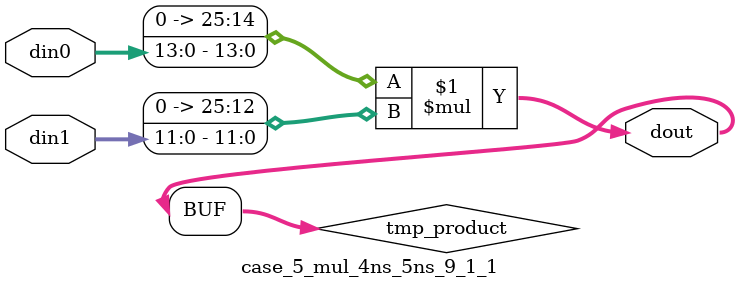
<source format=v>

`timescale 1 ns / 1 ps

 (* use_dsp = "no" *)  module case_5_mul_4ns_5ns_9_1_1(din0, din1, dout);
parameter ID = 1;
parameter NUM_STAGE = 0;
parameter din0_WIDTH = 14;
parameter din1_WIDTH = 12;
parameter dout_WIDTH = 26;

input [din0_WIDTH - 1 : 0] din0; 
input [din1_WIDTH - 1 : 0] din1; 
output [dout_WIDTH - 1 : 0] dout;

wire signed [dout_WIDTH - 1 : 0] tmp_product;
























assign tmp_product = $signed({1'b0, din0}) * $signed({1'b0, din1});











assign dout = tmp_product;





















endmodule

</source>
